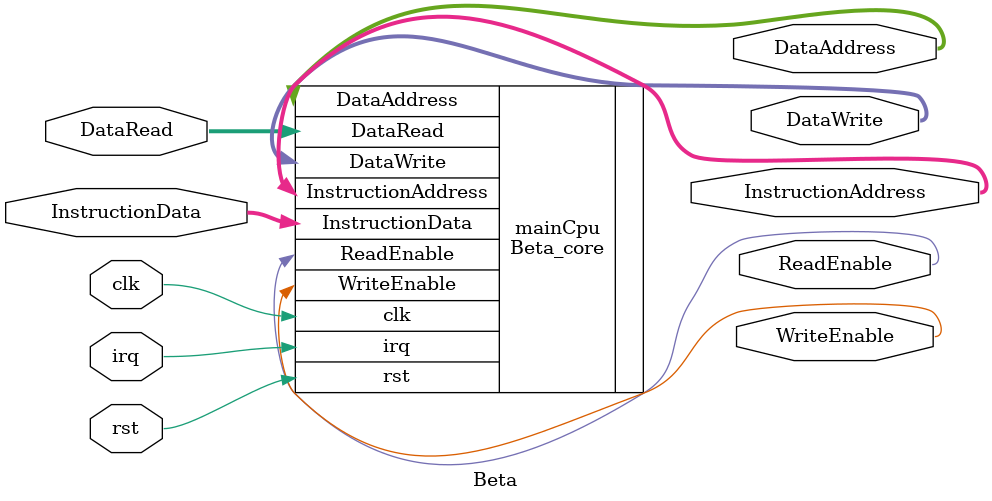
<source format=v>
`default_nettype none

module Beta (
    input clk,
    output [31:0] InstructionAddress,
    input [31:0] InstructionData,
    output [31:0] DataAddress,
    input [31:0] DataRead,
    output [31:0] DataWrite,
    output WriteEnable,
    output ReadEnable,
    input irq,
    input rst
);
  Beta_core mainCpu (
      .clk(clk),
      .InstructionAddress(InstructionAddress),
      .InstructionData(InstructionData),
      .DataAddress(DataAddress),
      .DataRead(DataRead),
      .DataWrite(DataWrite),
      .WriteEnable(WriteEnable),
      .ReadEnable(ReadEnable),
      .irq(irq),
      .rst(rst)
  );
  //start

endmodule

</source>
